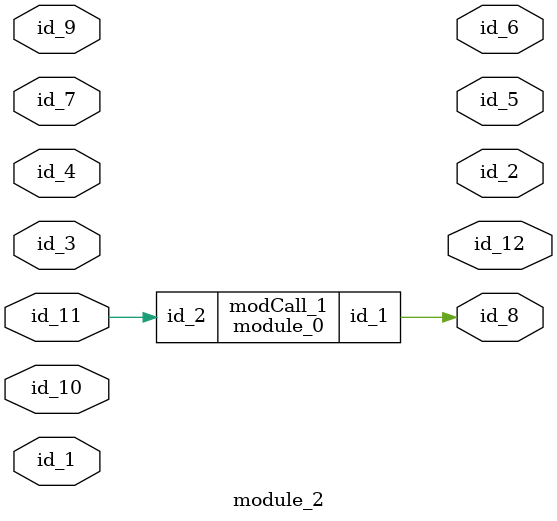
<source format=v>
module module_0 (
    id_1,
    id_2
);
  input wire id_2;
  output wire id_1;
endmodule
module module_1 (
    id_1,
    id_2,
    id_3,
    id_4,
    id_5,
    id_6
);
  inout wire id_6;
  inout wire id_5;
  inout wire id_4;
  output wire id_3;
  output wire id_2;
  input wire id_1;
  assign id_6 = id_6;
  nor primCall (id_6, id_5, id_4);
  module_0 modCall_1 (
      id_3,
      id_1
  );
  assign id_2 = -1;
endmodule
module module_2 (
    id_1,
    id_2,
    id_3,
    id_4,
    id_5,
    id_6,
    id_7,
    id_8,
    id_9,
    id_10,
    id_11,
    id_12
);
  output wire id_12;
  inout wire id_11;
  inout wire id_10;
  input wire id_9;
  output wire id_8;
  input wire id_7;
  output wire id_6;
  output wire id_5;
  input wire id_4;
  input wire id_3;
  output wire id_2;
  input wire id_1;
  wire id_13, id_14;
  module_0 modCall_1 (
      id_8,
      id_11
  );
endmodule

</source>
